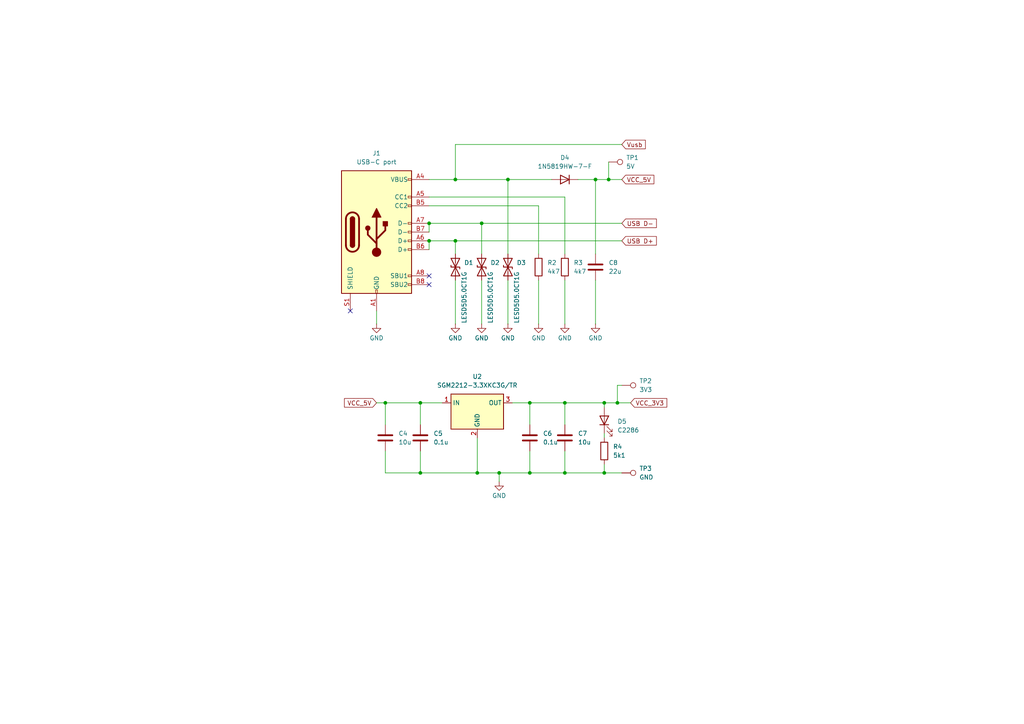
<source format=kicad_sch>
(kicad_sch (version 20231120) (generator "eeschema") (generator_version "8.0")
  (paper "A4")
  (lib_symbols
    (symbol "Connector:TestPoint" (pin_numbers hide) (pin_names (offset 0.762) hide)
      (property "Reference" "TP" (at 0 6.858 0))
      (property "Value" "TestPoint" (at 0 5.08 0))
      (symbol "TestPoint_0_1"
        (circle (center 0 3.302) (radius 0.762))
      )
      (symbol "TestPoint_1_1"
        (pin passive line (at 0 0 90) (length 2.54) (name "1") (number "1"))
      )
    )
    (symbol "Connector:USB_C_Receptacle_USB2.0_16P" (pin_names (offset 1.016))
      (property "Reference" "J" (at 0 22.225 0))
      (property "Value" "USB_C_Receptacle_USB2.0_16P" (at 0 19.685 0))
      (symbol "USB_C_Receptacle_USB2.0_16P_0_0"
        (rectangle (start -0.254 -17.78) (end 0.254 -16.764))
        (rectangle (start 10.16 -14.986) (end 9.144 -15.494))
        (rectangle (start 10.16 -12.446) (end 9.144 -12.954))
        (rectangle (start 10.16 -4.826) (end 9.144 -5.334))
        (rectangle (start 10.16 -2.286) (end 9.144 -2.794))
        (rectangle (start 10.16 0.254) (end 9.144 -0.254))
        (rectangle (start 10.16 2.794) (end 9.144 2.286))
        (rectangle (start 10.16 7.874) (end 9.144 7.366))
        (rectangle (start 10.16 10.414) (end 9.144 9.906))
        (rectangle (start 10.16 15.494) (end 9.144 14.986))
      )
      (symbol "USB_C_Receptacle_USB2.0_16P_0_1"
        (rectangle (start -10.16 17.78) (end 10.16 -17.78) (stroke (width 0.254)) (fill (type background)))
        (arc (start -8.89 -3.81) (mid -6.985 -5.7067) (end -5.08 -3.81) (stroke (width 0.508)))
        (arc (start -7.62 -3.81) (mid -6.985 -4.4423) (end -6.35 -3.81) (stroke (width 0.254)))
        (arc (start -7.62 -3.81) (mid -6.985 -4.4423) (end -6.35 -3.81) (stroke (width 0.254)) (fill (type outline)))
        (rectangle (start -7.62 -3.81) (end -6.35 3.81) (stroke (width 0.254)) (fill (type outline)))
        (arc (start -6.35 3.81) (mid -6.985 4.4423) (end -7.62 3.81) (stroke (width 0.254)))
        (arc (start -6.35 3.81) (mid -6.985 4.4423) (end -7.62 3.81) (stroke (width 0.254)) (fill (type outline)))
        (arc (start -5.08 3.81) (mid -6.985 5.7067) (end -8.89 3.81) (stroke (width 0.508)))
        (circle (center -2.54 1.143) (radius 0.635) (stroke (width 0.254)) (fill (type outline)))
        (circle (center 0 -5.842) (radius 1.27) (fill (type outline)))
        (polyline (pts (xy -8.89 -3.81) (xy -8.89 3.81)) (stroke (width 0.508)))
        (polyline (pts (xy -5.08 3.81) (xy -5.08 -3.81)) (stroke (width 0.508)))
        (polyline (pts (xy 0 -5.842) (xy 0 4.318)) (stroke (width 0.508)))
        (polyline (pts (xy 0 -3.302) (xy -2.54 -0.762) (xy -2.54 0.508)) (stroke (width 0.508)))
        (polyline (pts (xy 0 -2.032) (xy 2.54 0.508) (xy 2.54 1.778)) (stroke (width 0.508)))
        (polyline (pts (xy -1.27 4.318) (xy 0 6.858) (xy 1.27 4.318) (xy -1.27 4.318)) (stroke (width 0.254)) (fill (type outline)))
        (rectangle (start 1.905 1.778) (end 3.175 3.048) (stroke (width 0.254)) (fill (type outline)))
      )
      (symbol "USB_C_Receptacle_USB2.0_16P_1_1"
        (pin passive line (at 0 -22.86 90) (length 5.08) (name "GND") (number "A1"))
        (pin passive line (at 0 -22.86 90) (length 5.08) hide (name "GND") (number "A12"))
        (pin passive line (at 15.24 15.24 180) (length 5.08) (name "VBUS") (number "A4"))
        (pin bidirectional line (at 15.24 10.16 180) (length 5.08) (name "CC1") (number "A5"))
        (pin bidirectional line (at 15.24 -2.54 180) (length 5.08) (name "D+") (number "A6"))
        (pin bidirectional line (at 15.24 2.54 180) (length 5.08) (name "D-") (number "A7"))
        (pin bidirectional line (at 15.24 -12.7 180) (length 5.08) (name "SBU1") (number "A8"))
        (pin passive line (at 15.24 15.24 180) (length 5.08) hide (name "VBUS") (number "A9"))
        (pin passive line (at 0 -22.86 90) (length 5.08) hide (name "GND") (number "B1"))
        (pin passive line (at 0 -22.86 90) (length 5.08) hide (name "GND") (number "B12"))
        (pin passive line (at 15.24 15.24 180) (length 5.08) hide (name "VBUS") (number "B4"))
        (pin bidirectional line (at 15.24 7.62 180) (length 5.08) (name "CC2") (number "B5"))
        (pin bidirectional line (at 15.24 -5.08 180) (length 5.08) (name "D+") (number "B6"))
        (pin bidirectional line (at 15.24 0 180) (length 5.08) (name "D-") (number "B7"))
        (pin bidirectional line (at 15.24 -15.24 180) (length 5.08) (name "SBU2") (number "B8"))
        (pin passive line (at 15.24 15.24 180) (length 5.08) hide (name "VBUS") (number "B9"))
        (pin passive line (at -7.62 -22.86 90) (length 5.08) (name "SHIELD") (number "S1"))
      )
    )
    (symbol "Device:C" (pin_numbers hide) (pin_names (offset 0.254))
      (property "Reference" "C" (at 0.635 2.54 0))
      (property "Value" "C" (at 0.635 -2.54 0))
      (symbol "C_0_1"
        (polyline (pts (xy -2.032 -0.762) (xy 2.032 -0.762)) (stroke (width 0.508)))
        (polyline (pts (xy -2.032 0.762) (xy 2.032 0.762)) (stroke (width 0.508)))
      )
      (symbol "C_1_1"
        (pin passive line (at 0 3.81 270) (length 2.794) (name "~") (number "1"))
        (pin passive line (at 0 -3.81 90) (length 2.794) (name "~") (number "2"))
      )
    )
    (symbol "Device:D" (pin_numbers hide) (pin_names (offset 1.016) hide)
      (property "Reference" "D" (at 0 2.54 0))
      (property "Value" "D" (at 0 -2.54 0))
      (symbol "D_0_1"
        (polyline (pts (xy -1.27 1.27) (xy -1.27 -1.27)) (stroke (width 0.254)))
        (polyline (pts (xy 1.27 0) (xy -1.27 0)))
        (polyline (pts (xy 1.27 1.27) (xy 1.27 -1.27) (xy -1.27 0) (xy 1.27 1.27)) (stroke (width 0.254)))
      )
      (symbol "D_1_1"
        (pin passive line (at -3.81 0 0) (length 2.54) (name "K") (number "1"))
        (pin passive line (at 3.81 0 180) (length 2.54) (name "A") (number "2"))
      )
    )
    (symbol "Device:LED" (pin_numbers hide) (pin_names (offset 1.016) hide)
      (property "Reference" "D" (at 0 2.54 0))
      (property "Value" "LED" (at 0 -2.54 0))
      (symbol "LED_0_1"
        (polyline (pts (xy -1.27 -1.27) (xy -1.27 1.27)) (stroke (width 0.254)))
        (polyline (pts (xy -1.27 0) (xy 1.27 0)))
        (polyline (pts (xy 1.27 -1.27) (xy 1.27 1.27) (xy -1.27 0) (xy 1.27 -1.27)) (stroke (width 0.254)))
        (polyline (pts (xy -3.048 -0.762) (xy -4.572 -2.286) (xy -3.81 -2.286) (xy -4.572 -2.286) (xy -4.572 -1.524)))
        (polyline (pts (xy -1.778 -0.762) (xy -3.302 -2.286) (xy -2.54 -2.286) (xy -3.302 -2.286) (xy -3.302 -1.524)))
      )
      (symbol "LED_1_1"
        (pin passive line (at -3.81 0 0) (length 2.54) (name "K") (number "1"))
        (pin passive line (at 3.81 0 180) (length 2.54) (name "A") (number "2"))
      )
    )
    (symbol "Device:R" (pin_numbers hide) (pin_names (offset 0))
      (property "Reference" "R" (at 2.032 0 90))
      (property "Value" "R" (at 0 0 90))
      (symbol "R_0_1"
        (rectangle (start -1.016 -2.54) (end 1.016 2.54) (stroke (width 0.254)))
      )
      (symbol "R_1_1"
        (pin passive line (at 0 3.81 270) (length 1.27) (name "~") (number "1"))
        (pin passive line (at 0 -3.81 90) (length 1.27) (name "~") (number "2"))
      )
    )
    (symbol "Diode:5KPxxCA" (pin_numbers hide) (pin_names (offset 1.016) hide)
      (property "Reference" "D" (at 0 2.54 0))
      (property "Value" "5KPxxCA" (at 0 -2.54 0))
      (symbol "5KPxxCA_0_1"
        (polyline (pts (xy 1.27 0) (xy -1.27 0)))
        (polyline (pts (xy -2.54 -1.27) (xy 0 0) (xy -2.54 1.27) (xy -2.54 -1.27)) (stroke (width 0.254)))
        (polyline (pts (xy 0.508 1.27) (xy 0 1.27) (xy 0 -1.27) (xy -0.508 -1.27)) (stroke (width 0.254)))
        (polyline (pts (xy 2.54 1.27) (xy 2.54 -1.27) (xy 0 0) (xy 2.54 1.27)) (stroke (width 0.254)))
      )
      (symbol "5KPxxCA_1_1"
        (pin passive line (at -3.81 0 0) (length 2.54) (name "A1") (number "1"))
        (pin passive line (at 3.81 0 180) (length 2.54) (name "A2") (number "2"))
      )
    )
    (symbol "Regulator_Linear:LT1963AxST-1.5"
      (property "Reference" "U" (at -7.62 6.35 0))
      (property "Value" "LT1963AxST-1.5" (at -1.27 6.35 0))
      (symbol "LT1963AxST-1.5_0_1"
        (rectangle (start -7.62 5.08) (end 7.62 -5.08) (stroke (width 0.254)) (fill (type background)))
      )
      (symbol "LT1963AxST-1.5_1_1"
        (pin power_in line (at -10.16 2.54 0) (length 2.54) (name "IN") (number "1"))
        (pin power_in line (at 0 -7.62 90) (length 2.54) (name "GND") (number "2"))
        (pin power_out line (at 10.16 2.54 180) (length 2.54) (name "OUT") (number "3"))
      )
    )
    (symbol "power:GND" (power) (pin_numbers hide) (pin_names (offset 0) hide)
      (property "Value" "GND" (at 0 -3.81 0))
      (symbol "GND_0_1"
        (polyline (pts (xy 0 0) (xy 0 -1.27) (xy 1.27 -1.27) (xy 0 -2.54) (xy -1.27 -1.27) (xy 0 -1.27)))
      )
      (symbol "GND_1_1"
        (pin power_in line (at 0 0 270) (length 0) (name "~") (number "1"))
      )
    )
  )
  (junction (at 124.46 64.77))
  (junction (at 139.7 64.77))
  (junction (at 172.72 52.07))
  (junction (at 121.92 137.16))
  (junction (at 179.07 116.84))
  (junction (at 175.26 137.16))
  (junction (at 138.43 137.16))
  (junction (at 153.67 137.16))
  (junction (at 144.78 137.16))
  (junction (at 175.26 116.84))
  (junction (at 132.08 69.85))
  (junction (at 176.53 52.07))
  (junction (at 163.83 137.16))
  (junction (at 153.67 116.84))
  (junction (at 121.92 116.84))
  (junction (at 132.08 52.07))
  (junction (at 163.83 116.84))
  (junction (at 147.32 52.07))
  (junction (at 111.76 116.84))
  (junction (at 124.46 69.85))
  (no_connect (at 124.46 80.01))
  (no_connect (at 124.46 82.55))
  (no_connect (at 101.6 90.17))
  (wire (pts (xy 153.67 116.84) (xy 163.83 116.84)))
  (wire (pts (xy 121.92 137.16) (xy 111.76 137.16)))
  (wire (pts (xy 111.76 123.19) (xy 111.76 116.84)))
  (wire (pts (xy 138.43 127) (xy 138.43 137.16)))
  (wire (pts (xy 175.26 125.73) (xy 175.26 127)))
  (wire (pts (xy 163.83 130.81) (xy 163.83 137.16)))
  (wire (pts (xy 156.21 59.69) (xy 124.46 59.69)))
  (wire (pts (xy 163.83 116.84) (xy 175.26 116.84)))
  (wire (pts (xy 139.7 64.77) (xy 180.34 64.77)))
  (wire (pts (xy 179.07 116.84) (xy 182.88 116.84)))
  (wire (pts (xy 132.08 52.07) (xy 147.32 52.07)))
  (wire (pts (xy 147.32 73.66) (xy 147.32 52.07)))
  (wire (pts (xy 132.08 41.91) (xy 132.08 52.07)))
  (wire (pts (xy 176.53 46.99) (xy 176.53 52.07)))
  (wire (pts (xy 176.53 52.07) (xy 180.34 52.07)))
  (wire (pts (xy 139.7 64.77) (xy 124.46 64.77)))
  (wire (pts (xy 180.34 111.76) (xy 179.07 111.76)))
  (wire (pts (xy 172.72 81.28) (xy 172.72 93.98)))
  (wire (pts (xy 139.7 81.28) (xy 139.7 93.98)))
  (wire (pts (xy 144.78 137.16) (xy 144.78 139.7)))
  (wire (pts (xy 132.08 41.91) (xy 180.34 41.91)))
  (wire (pts (xy 153.67 137.16) (xy 144.78 137.16)))
  (wire (pts (xy 121.92 116.84) (xy 128.27 116.84)))
  (wire (pts (xy 163.83 93.98) (xy 163.83 81.28)))
  (wire (pts (xy 139.7 73.66) (xy 139.7 64.77)))
  (wire (pts (xy 179.07 111.76) (xy 179.07 116.84)))
  (wire (pts (xy 172.72 52.07) (xy 176.53 52.07)))
  (wire (pts (xy 121.92 130.81) (xy 121.92 137.16)))
  (wire (pts (xy 147.32 81.28) (xy 147.32 93.98)))
  (wire (pts (xy 124.46 64.77) (xy 124.46 67.31)))
  (wire (pts (xy 163.83 73.66) (xy 163.83 57.15)))
  (wire (pts (xy 163.83 137.16) (xy 153.67 137.16)))
  (wire (pts (xy 163.83 57.15) (xy 124.46 57.15)))
  (wire (pts (xy 167.64 52.07) (xy 172.72 52.07)))
  (wire (pts (xy 148.59 116.84) (xy 153.67 116.84)))
  (wire (pts (xy 132.08 69.85) (xy 180.34 69.85)))
  (wire (pts (xy 175.26 134.62) (xy 175.26 137.16)))
  (wire (pts (xy 109.22 90.17) (xy 109.22 93.98)))
  (wire (pts (xy 175.26 116.84) (xy 179.07 116.84)))
  (wire (pts (xy 111.76 137.16) (xy 111.76 130.81)))
  (wire (pts (xy 111.76 116.84) (xy 121.92 116.84)))
  (wire (pts (xy 109.22 116.84) (xy 111.76 116.84)))
  (wire (pts (xy 132.08 81.28) (xy 132.08 93.98)))
  (wire (pts (xy 175.26 116.84) (xy 175.26 118.11)))
  (wire (pts (xy 121.92 116.84) (xy 121.92 123.19)))
  (wire (pts (xy 132.08 69.85) (xy 124.46 69.85)))
  (wire (pts (xy 175.26 137.16) (xy 163.83 137.16)))
  (wire (pts (xy 144.78 137.16) (xy 138.43 137.16)))
  (wire (pts (xy 175.26 137.16) (xy 180.34 137.16)))
  (wire (pts (xy 153.67 116.84) (xy 153.67 123.19)))
  (wire (pts (xy 153.67 130.81) (xy 153.67 137.16)))
  (wire (pts (xy 147.32 52.07) (xy 160.02 52.07)))
  (wire (pts (xy 138.43 137.16) (xy 121.92 137.16)))
  (wire (pts (xy 156.21 73.66) (xy 156.21 59.69)))
  (wire (pts (xy 124.46 69.85) (xy 124.46 72.39)))
  (wire (pts (xy 156.21 93.98) (xy 156.21 81.28)))
  (wire (pts (xy 163.83 116.84) (xy 163.83 123.19)))
  (wire (pts (xy 124.46 52.07) (xy 132.08 52.07)))
  (wire (pts (xy 172.72 52.07) (xy 172.72 73.66)))
  (wire (pts (xy 132.08 73.66) (xy 132.08 69.85)))
  (global_label "VCC_3V3" (shape input) (at 182.88 116.84 0) (property "Intersheetrefs" "${INTERSHEET_REFS}" (effects (hide yes))))
  (global_label "Vusb" (shape input) (at 180.34 41.91 0) (property "Intersheetrefs" "${INTERSHEET_REFS}" (effects (hide yes))))
  (global_label "VCC_5V" (shape input) (at 180.34 52.07 0) (property "Intersheetrefs" "${INTERSHEET_REFS}" (effects (hide yes))))
  (global_label "USB D+" (shape input) (at 180.34 69.85 0) (property "Intersheetrefs" "${INTERSHEET_REFS}" (effects (hide yes))))
  (global_label "USB D-" (shape input) (at 180.34 64.77 0) (property "Intersheetrefs" "${INTERSHEET_REFS}" (effects (hide yes))))
  (global_label "VCC_5V" (shape input) (at 109.22 116.84 180) (property "Intersheetrefs" "${INTERSHEET_REFS}" (effects (hide yes))))
  (symbol (lib_id "Device:LED") (at 175.26 121.92 90) (unit 1)
    (property "Reference" "D5" (at 179.07 122.2374 90) (effects (justify right)))
    (property "Value" "C2286" (at 179.07 124.7774 90) (effects (justify right)))
    (property "Footprint" "LED_SMD:LED_0603_1608Metric" (effects (hide yes)))
    (property "Datasheet" "https://www.lcsc.com/datasheet/lcsc_datasheet_1810231112_Hubei-KENTO-Elec-KT-0603R_C2286.pdf" (effects (hide yes)))
    (property "Description" "Light emitting diode, red" (effects (hide yes)))
    (property "LCSC Part # " "C2286" (effects (hide yes)))
  )
  (symbol (lib_id "power:GND") (at 163.83 93.98 0) (unit 1)
    (property "Reference" "#PWR011" (effects (hide yes)))
    (property "Value" "GND" (at 163.83 98.044 0))
    (property "Description" "Power symbol creates a global label with name \"GND\" , ground" (effects (hide yes)))
  )
  (symbol (lib_id "power:GND") (at 139.7 93.98 0) (unit 1)
    (property "Reference" "#PWR07" (effects (hide yes)))
    (property "Value" "GND" (at 139.7 98.044 0))
    (property "Description" "Power symbol creates a global label with name \"GND\" , ground" (effects (hide yes)))
  )
  (symbol (lib_id "Device:C") (at 121.92 127 0) (unit 1)
    (property "Reference" "C5" (at 125.73 125.7299 0) (effects (justify left)))
    (property "Value" "0.1u" (at 125.73 128.2699 0) (effects (justify left)))
    (property "Footprint" "Capacitor_SMD:C_0603_1608Metric" (effects (hide yes)))
    (property "Description" "Unpolarized capacitor" (effects (hide yes)))
    (property "LCSC Part # " "C14663" (effects (hide yes)))
  )
  (symbol (lib_id "Regulator_Linear:LT1963AxST-1.5") (at 138.43 119.38 0) (unit 1)
    (property "Reference" "U2" (at 138.43 109.22 0))
    (property "Value" "SGM2212-3.3XKC3G/TR" (at 138.43 111.76 0))
    (property "Footprint" "Package_TO_SOT_SMD:SOT-223-3_TabPin2" (effects (hide yes)))
    (property "Datasheet" "https://www.analog.com/media/en/technical-documentation/data-sheets/1963aff.pdf" (effects (hide yes)))
    (property "Description" "1.5V, 1.5A, Low Noise, Fast Transient Response LDO Regulator, SOT-223" (effects (hide yes)))
    (property "LCSC Part # " "C3294699" (effects (hide yes)))
  )
  (symbol (lib_id "Diode:5KPxxCA") (at 132.08 77.47 90) (unit 1)
    (property "Reference" "D1" (at 134.62 76.1999 90) (effects (justify right)))
    (property "Value" "LESD5D5.0CT1G" (at 134.62 78.7399 0) (effects (justify right)))
    (property "Footprint" "Diode_SMD:D_SOD-523" (effects (hide yes)))
    (property "LCSC Part # " "C383211" (effects (hide yes)))
  )
  (symbol (lib_id "Device:R") (at 156.21 77.47 180) (unit 1)
    (property "Reference" "R2" (at 158.75 76.1999 0) (effects (justify right)))
    (property "Value" "4k7" (at 158.75 78.7399 0) (effects (justify right)))
    (property "Footprint" "Resistor_SMD:R_0201_0603Metric" (effects (hide yes)))
    (property "Description" "Resistor" (effects (hide yes)))
    (property "LCSC Part # " "C23162" (effects (hide yes)))
  )
  (symbol (lib_id "Device:C") (at 172.72 77.47 0) (unit 1)
    (property "Reference" "C8" (at 176.53 76.1999 0) (effects (justify left)))
    (property "Value" "22u" (at 176.53 78.7399 0) (effects (justify left)))
    (property "Footprint" "Capacitor_SMD:C_0805_2012Metric" (effects (hide yes)))
    (property "Description" "Unpolarized capacitor" (effects (hide yes)))
    (property "LCSC Part # " "C45783" (effects (hide yes)))
  )
  (symbol (lib_id "Device:C") (at 163.83 127 0) (unit 1)
    (property "Reference" "C7" (at 167.64 125.7299 0) (effects (justify left)))
    (property "Value" "10u" (at 167.64 128.2699 0) (effects (justify left)))
    (property "Footprint" "Capacitor_SMD:C_0402_1005Metric" (effects (hide yes)))
    (property "Description" "Unpolarized capacitor" (effects (hide yes)))
    (property "LCSC Part # " " C15525" (effects (hide yes)))
  )
  (symbol (lib_id "Device:R") (at 175.26 130.81 180) (unit 1)
    (property "Reference" "R4" (at 177.8 129.5399 0) (effects (justify right)))
    (property "Value" "5k1" (at 177.8 132.0799 0) (effects (justify right)))
    (property "Footprint" "Resistor_SMD:R_0201_0603Metric" (effects (hide yes)))
    (property "Description" "Resistor" (effects (hide yes)))
    (property "LCSC Part # " "C23186" (effects (hide yes)))
  )
  (symbol (lib_id "Connector:TestPoint") (at 176.53 46.99 270) (unit 1)
    (property "Reference" "TP1" (at 181.61 45.7199 90) (effects (justify left)))
    (property "Value" "5V" (at 181.61 48.2599 90) (effects (justify left)))
    (property "Footprint" "TestPoint:TestPoint_Pad_D2.5mm" (effects (hide yes)))
    (property "Description" "test point" (effects (hide yes)))
  )
  (symbol (lib_id "power:GND") (at 144.78 139.7 0) (unit 1)
    (property "Reference" "#PWR08" (effects (hide yes)))
    (property "Value" "GND" (at 144.78 143.764 0))
    (property "Description" "Power symbol creates a global label with name \"GND\" , ground" (effects (hide yes)))
  )
  (symbol (lib_id "power:GND") (at 156.21 93.98 0) (unit 1)
    (property "Reference" "#PWR010" (effects (hide yes)))
    (property "Value" "GND" (at 156.21 98.044 0))
    (property "Description" "Power symbol creates a global label with name \"GND\" , ground" (effects (hide yes)))
  )
  (symbol (lib_id "power:GND") (at 109.22 93.98 0) (unit 1)
    (property "Reference" "#PWR05" (effects (hide yes)))
    (property "Value" "GND" (at 109.22 98.044 0))
    (property "Description" "Power symbol creates a global label with name \"GND\" , ground" (effects (hide yes)))
  )
  (symbol (lib_id "Device:C") (at 111.76 127 0) (unit 1)
    (property "Reference" "C4" (at 115.57 125.7299 0) (effects (justify left)))
    (property "Value" "10u" (at 115.57 128.2699 0) (effects (justify left)))
    (property "Footprint" "Capacitor_SMD:C_0402_1005Metric" (effects (hide yes)))
    (property "Description" "Unpolarized capacitor" (effects (hide yes)))
    (property "LCSC Part # " " C15525" (effects (hide yes)))
  )
  (symbol (lib_id "Device:C") (at 153.67 127 0) (unit 1)
    (property "Reference" "C6" (at 157.48 125.7299 0) (effects (justify left)))
    (property "Value" "0.1u" (at 157.48 128.2699 0) (effects (justify left)))
    (property "Footprint" "Capacitor_SMD:C_0603_1608Metric" (effects (hide yes)))
    (property "Description" "Unpolarized capacitor" (effects (hide yes)))
    (property "LCSC Part # " "C14663" (effects (hide yes)))
  )
  (symbol (lib_id "Connector:TestPoint") (at 180.34 137.16 270) (unit 1)
    (property "Reference" "TP3" (at 185.42 135.8899 90) (effects (justify left)))
    (property "Value" "GND" (at 185.42 138.4299 90) (effects (justify left)))
    (property "Footprint" "TestPoint:TestPoint_Pad_D2.5mm" (effects (hide yes)))
    (property "Description" "test point" (effects (hide yes)))
  )
  (symbol (lib_id "Device:R") (at 163.83 77.47 180) (unit 1)
    (property "Reference" "R3" (at 166.37 76.1999 0) (effects (justify right)))
    (property "Value" "4k7" (at 166.37 78.7399 0) (effects (justify right)))
    (property "Footprint" "Resistor_SMD:R_0201_0603Metric" (effects (hide yes)))
    (property "Description" "Resistor" (effects (hide yes)))
    (property "LCSC Part # " "C23162" (effects (hide yes)))
  )
  (symbol (lib_id "Device:D") (at 163.83 52.07 180) (unit 1)
    (property "Reference" "D4" (at 163.83 45.72 0))
    (property "Value" "1N5819HW-7-F" (at 163.83 48.26 0))
    (property "Footprint" "Diode_SMD:D_SOD-123" (effects (hide yes)))
    (property "Description" "Diode" (effects (hide yes)))
    (property "Sim.Device" "D" (effects (hide yes)))
    (property "Sim.Pins" "1=K 2=A" (effects (hide yes)))
    (property "LCSC Part # " "C82544" (effects (hide yes)))
  )
  (symbol (lib_id "Diode:5KPxxCA") (at 139.7 77.47 90) (unit 1)
    (property "Reference" "D2" (at 142.24 76.1999 90) (effects (justify right)))
    (property "Value" "LESD5D5.0CT1G" (at 142.24 78.7399 0) (effects (justify right)))
    (property "Footprint" "Diode_SMD:D_SOD-523" (effects (hide yes)))
    (property "LCSC Part # " "C383211" (effects (hide yes)))
  )
  (symbol (lib_id "Connector:TestPoint") (at 180.34 111.76 270) (unit 1)
    (property "Reference" "TP2" (at 185.42 110.4899 90) (effects (justify left)))
    (property "Value" "3V3" (at 185.42 113.0299 90) (effects (justify left)))
    (property "Footprint" "TestPoint:TestPoint_Pad_D2.5mm" (effects (hide yes)))
    (property "Description" "test point" (effects (hide yes)))
  )
  (symbol (lib_id "power:GND") (at 172.72 93.98 0) (unit 1)
    (property "Reference" "#PWR012" (effects (hide yes)))
    (property "Value" "GND" (at 172.72 98.044 0))
    (property "Description" "Power symbol creates a global label with name \"GND\" , ground" (effects (hide yes)))
  )
  (symbol (lib_id "power:GND") (at 132.08 93.98 0) (unit 1)
    (property "Reference" "#PWR06" (effects (hide yes)))
    (property "Value" "GND" (at 132.08 98.044 0))
    (property "Description" "Power symbol creates a global label with name \"GND\" , ground" (effects (hide yes)))
  )
  (symbol (lib_id "Diode:5KPxxCA") (at 147.32 77.47 90) (unit 1)
    (property "Reference" "D3" (at 149.86 76.1999 90) (effects (justify right)))
    (property "Value" "LESD5D5.0CT1G" (at 149.86 78.7399 0) (effects (justify right)))
    (property "Footprint" "Diode_SMD:D_SOD-523" (effects (hide yes)))
    (property "LCSC Part # " "C383211" (effects (hide yes)))
  )
  (symbol (lib_id "power:GND") (at 147.32 93.98 0) (unit 1)
    (property "Reference" "#PWR09" (effects (hide yes)))
    (property "Value" "GND" (at 147.32 98.044 0))
    (property "Description" "Power symbol creates a global label with name \"GND\" , ground" (effects (hide yes)))
  )
  (symbol (lib_id "Connector:USB_C_Receptacle_USB2.0_16P") (at 109.22 67.31 0) (unit 1)
    (property "Reference" "J1" (at 109.22 44.45 0))
    (property "Value" "USB-C port" (at 109.22 46.99 0))
    (property "Footprint" "Connector_USB:USB_C_Receptacle_GCT_USB4105-xx-A_16P_TopMnt_Horizontal" (effects (hide yes)))
    (property "Datasheet" "https://www.usb.org/sites/default/files/documents/usb_type-c.zip" (effects (hide yes)))
    (property "Description" "USB 2.0-only 16P Type-C Receptacle connector" (effects (hide yes)))
    (property "LCSC Part # " "C2765186" (effects (hide yes)))
  )
)
</source>
